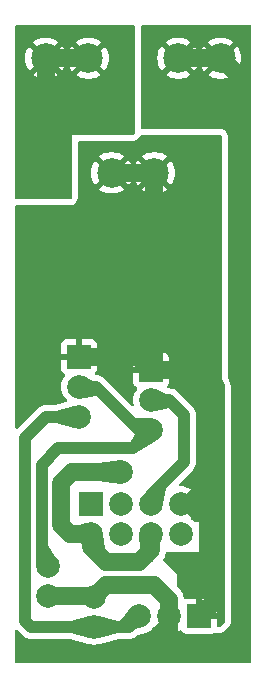
<source format=gbr>
%TF.GenerationSoftware,KiCad,Pcbnew,7.0.10*%
%TF.CreationDate,2024-01-31T14:07:57+01:00*%
%TF.ProjectId,Switch_PCB_ESP01,53776974-6368-45f5-9043-425f45535030,rev?*%
%TF.SameCoordinates,Original*%
%TF.FileFunction,Copper,L1,Top*%
%TF.FilePolarity,Positive*%
%FSLAX46Y46*%
G04 Gerber Fmt 4.6, Leading zero omitted, Abs format (unit mm)*
G04 Created by KiCad (PCBNEW 7.0.10) date 2024-01-31 14:07:57*
%MOMM*%
%LPD*%
G01*
G04 APERTURE LIST*
%TA.AperFunction,ComponentPad*%
%ADD10C,2.500000*%
%TD*%
%TA.AperFunction,ComponentPad*%
%ADD11R,2.000000X2.000000*%
%TD*%
%TA.AperFunction,ComponentPad*%
%ADD12C,2.000000*%
%TD*%
%TA.AperFunction,ViaPad*%
%ADD13C,2.000000*%
%TD*%
%TA.AperFunction,Conductor*%
%ADD14C,1.500000*%
%TD*%
%TA.AperFunction,Conductor*%
%ADD15C,1.000000*%
%TD*%
G04 APERTURE END LIST*
D10*
%TO.P,J3-GND1,1,Pin_1*%
%TO.N,GND*%
X108182000Y-109510000D03*
%TO.P,J3-GND1,2,Pin_2*%
X111782000Y-109510000D03*
%TD*%
%TO.P,J1-3.3V1,1,Pin_1*%
%TO.N,3.3V*%
X102592000Y-99822000D03*
%TO.P,J1-3.3V1,2,Pin_2*%
X106192000Y-99822000D03*
%TD*%
D11*
%TO.P,J4-Servo1,1,Pin_1*%
%TO.N,GND*%
X115570000Y-147066000D03*
D12*
%TO.P,J4-Servo1,2,Pin_2*%
%TO.N,5V*%
X113030000Y-147066000D03*
%TO.P,J4-Servo1,3,Pin_3*%
%TO.N,/ServoControl*%
X110490000Y-147066000D03*
%TD*%
D11*
%TO.P,Q2,1,S*%
%TO.N,GND*%
X105410000Y-125095000D03*
D12*
%TO.P,Q2,2,G*%
%TO.N,/LevelConverter_0*%
X105410000Y-127635000D03*
%TO.P,Q2,3,D*%
%TO.N,/ServoControl*%
X105410000Y-130175000D03*
%TD*%
%TO.P,R2,1*%
%TO.N,5V*%
X106680000Y-145415000D03*
%TO.P,R2,2*%
%TO.N,/ServoControl*%
X106680000Y-147955000D03*
%TD*%
%TO.P,R1,1*%
%TO.N,5V*%
X102743000Y-145377500D03*
%TO.P,R1,2*%
%TO.N,/LevelConverter_0*%
X102743000Y-142837500D03*
%TD*%
D11*
%TO.P,Q1,1,S*%
%TO.N,GND*%
X111506000Y-126238000D03*
D12*
%TO.P,Q1,2,G*%
%TO.N,D4-Servo*%
X111506000Y-128778000D03*
%TO.P,Q1,3,D*%
%TO.N,/LevelConverter_0*%
X111506000Y-131318000D03*
%TD*%
D10*
%TO.P,J2-5V1,1,Pin_1*%
%TO.N,5V*%
X113792000Y-99822000D03*
%TO.P,J2-5V1,2,Pin_2*%
X117392000Y-99822000D03*
%TD*%
D11*
%TO.P,J0-ESP01S1,1,Pin_1*%
%TO.N,unconnected-(J0-ESP01S1-Pin_1-Pad1)*%
X106426000Y-137541000D03*
D12*
%TO.P,J0-ESP01S1,2,Pin_2*%
%TO.N,3.3V*%
X106426000Y-140081000D03*
%TO.P,J0-ESP01S1,3,Pin_3*%
%TO.N,unconnected-(J0-ESP01S1-Pin_3-Pad3)*%
X108966000Y-137541000D03*
%TO.P,J0-ESP01S1,4,Pin_4*%
%TO.N,unconnected-(J0-ESP01S1-Pin_4-Pad4)*%
X108966000Y-140081000D03*
%TO.P,J0-ESP01S1,5,Pin_5*%
%TO.N,D4-Servo*%
X111506000Y-137541000D03*
%TO.P,J0-ESP01S1,6,Pin_6*%
%TO.N,3.3V*%
X111506000Y-140081000D03*
%TO.P,J0-ESP01S1,7,Pin_7*%
%TO.N,GND*%
X114046000Y-137541000D03*
%TO.P,J0-ESP01S1,8,Pin_8*%
%TO.N,unconnected-(J0-ESP01S1-Pin_8-Pad8)*%
X114046000Y-140081000D03*
%TD*%
D13*
%TO.N,3.3V*%
X102616000Y-108966000D03*
X108966000Y-134874000D03*
%TD*%
D14*
%TO.N,GND*%
X111782000Y-109510000D02*
X111782000Y-125962000D01*
X111782000Y-125962000D02*
X111506000Y-126238000D01*
%TO.N,3.3V*%
X102616000Y-108966000D02*
X102616000Y-99846000D01*
X102616000Y-99846000D02*
X102592000Y-99822000D01*
%TO.N,GND*%
X108182000Y-109510000D02*
X111782000Y-109510000D01*
%TO.N,3.3V*%
X102592000Y-99822000D02*
X106192000Y-99822000D01*
%TO.N,5V*%
X117392000Y-99822000D02*
X113792000Y-99822000D01*
X113030000Y-147066000D02*
X113030000Y-148826000D01*
X118999000Y-148082000D02*
X118999000Y-101429000D01*
X113030000Y-148826000D02*
X113683000Y-149479000D01*
X113683000Y-149479000D02*
X117602000Y-149479000D01*
X117602000Y-149479000D02*
X118999000Y-148082000D01*
X118999000Y-101429000D02*
X117392000Y-99822000D01*
%TO.N,GND*%
X115570000Y-147066000D02*
X116713000Y-145923000D01*
X116713000Y-145923000D02*
X116713000Y-138793787D01*
D15*
%TO.N,/ServoControl*%
X106680000Y-147955000D02*
X109601000Y-147955000D01*
X109601000Y-147955000D02*
X110490000Y-147066000D01*
D14*
%TO.N,5V*%
X106680000Y-145415000D02*
X107680000Y-144415000D01*
X107680000Y-144415000D02*
X111793213Y-144415000D01*
X111793213Y-144415000D02*
X113030000Y-145651787D01*
X113030000Y-145651787D02*
X113030000Y-147066000D01*
%TO.N,3.3V*%
X111506000Y-140081000D02*
X111506000Y-141495213D01*
X110507213Y-142494000D02*
X107696000Y-142494000D01*
X111506000Y-141495213D02*
X110507213Y-142494000D01*
X106426000Y-141224000D02*
X106426000Y-140081000D01*
X107696000Y-142494000D02*
X106426000Y-141224000D01*
%TO.N,GND*%
X111506000Y-126238000D02*
X114006000Y-126238000D01*
X111800000Y-125944000D02*
X111506000Y-126238000D01*
X114006000Y-126238000D02*
X116713000Y-128945000D01*
X116713000Y-128945000D02*
X116713000Y-138793787D01*
X110363000Y-125095000D02*
X111506000Y-126238000D01*
X115460213Y-137541000D02*
X114046000Y-137541000D01*
X105410000Y-125095000D02*
X110363000Y-125095000D01*
X116713000Y-138793787D02*
X115460213Y-137541000D01*
D15*
%TO.N,D4-Servo*%
X113031000Y-128778000D02*
X114300000Y-130047000D01*
X114300000Y-133985000D02*
X111506000Y-136779000D01*
X114300000Y-130047000D02*
X114300000Y-133985000D01*
X111506000Y-128778000D02*
X113031000Y-128778000D01*
X111506000Y-136779000D02*
X111506000Y-137541000D01*
%TO.N,/ServoControl*%
X106680000Y-147955000D02*
X101346000Y-147955000D01*
X101346000Y-147955000D02*
X100838000Y-147447000D01*
X102616000Y-130175000D02*
X105410000Y-130175000D01*
X100838000Y-131953000D02*
X102616000Y-130175000D01*
X100838000Y-147447000D02*
X100838000Y-131953000D01*
D14*
%TO.N,3.3V*%
X104775000Y-134874000D02*
X108966000Y-134874000D01*
X102592000Y-108942000D02*
X102616000Y-108966000D01*
X103888000Y-139303000D02*
X104666000Y-140081000D01*
X103888000Y-135761000D02*
X103888000Y-139303000D01*
X104775000Y-134874000D02*
X103888000Y-135761000D01*
X104666000Y-140081000D02*
X106426000Y-140081000D01*
D15*
%TO.N,/LevelConverter_0*%
X103632000Y-132842000D02*
X109982000Y-132842000D01*
X102238000Y-134236000D02*
X103632000Y-132842000D01*
X109982000Y-132842000D02*
X111506000Y-131318000D01*
X105410000Y-127635000D02*
X106807000Y-127635000D01*
X106807000Y-127635000D02*
X110490000Y-131318000D01*
X110490000Y-131318000D02*
X111506000Y-131318000D01*
X102743000Y-142837500D02*
X102238000Y-142332500D01*
X102238000Y-142332500D02*
X102238000Y-134236000D01*
D14*
%TO.N,5V*%
X106642500Y-145377500D02*
X106680000Y-145415000D01*
X102743000Y-145377500D02*
X106642500Y-145377500D01*
%TD*%
%TA.AperFunction,Conductor*%
%TO.N,5V*%
G36*
X119942539Y-97020185D02*
G01*
X119988294Y-97072989D01*
X119999500Y-97124500D01*
X119999500Y-150875500D01*
X119979815Y-150942539D01*
X119927011Y-150988294D01*
X119875500Y-150999500D01*
X100124500Y-150999500D01*
X100057461Y-150979815D01*
X100011706Y-150927011D01*
X100000500Y-150875500D01*
X100000500Y-148335096D01*
X100020185Y-148268057D01*
X100072989Y-148222302D01*
X100142147Y-148212358D01*
X100205703Y-148241383D01*
X100212181Y-148247415D01*
X100593537Y-148628771D01*
X100601709Y-148637787D01*
X100629432Y-148671568D01*
X100782996Y-148797595D01*
X100929776Y-148876050D01*
X100958196Y-148891241D01*
X101148299Y-148948908D01*
X101148298Y-148948908D01*
X101166024Y-148950653D01*
X101346000Y-148968380D01*
X101389486Y-148964097D01*
X101401640Y-148963500D01*
X104578771Y-148963500D01*
X104610207Y-148967550D01*
X106157271Y-149373018D01*
X106157991Y-149373192D01*
X106158228Y-149373269D01*
X106158422Y-149373320D01*
X106158419Y-149373331D01*
X106176350Y-149379170D01*
X106212404Y-149394105D01*
X106425658Y-149445302D01*
X106443289Y-149449535D01*
X106680000Y-149468165D01*
X106916711Y-149449535D01*
X107147594Y-149394105D01*
X107147597Y-149394103D01*
X107147600Y-149394103D01*
X107183399Y-149379274D01*
X107199416Y-149373885D01*
X107202721Y-149373018D01*
X107202728Y-149373018D01*
X108749792Y-148967550D01*
X108781229Y-148963500D01*
X108828331Y-148963500D01*
X108842216Y-148964280D01*
X108842441Y-148964305D01*
X108842450Y-148964306D01*
X108845068Y-148964085D01*
X108846819Y-148963938D01*
X108857230Y-148963500D01*
X109545358Y-148963500D01*
X109557511Y-148964097D01*
X109559634Y-148964306D01*
X109601000Y-148968380D01*
X109798701Y-148948909D01*
X109988804Y-148891241D01*
X110017224Y-148876050D01*
X110164004Y-148797595D01*
X110317568Y-148671568D01*
X110317599Y-148671529D01*
X110317621Y-148671514D01*
X110321877Y-148667259D01*
X110322683Y-148668065D01*
X110375334Y-148632188D01*
X110385555Y-148629362D01*
X110652401Y-148567749D01*
X110670567Y-148564953D01*
X110726711Y-148560535D01*
X110957594Y-148505105D01*
X111001098Y-148487084D01*
X111013031Y-148482995D01*
X111013009Y-148482926D01*
X111015751Y-148482049D01*
X111017276Y-148481563D01*
X111105308Y-148443925D01*
X111106162Y-148443566D01*
X111176963Y-148414240D01*
X111379416Y-148290176D01*
X111559969Y-148135969D01*
X111694721Y-147978195D01*
X111753228Y-147940002D01*
X111801802Y-147935388D01*
X111806565Y-147935881D01*
X112546922Y-147195523D01*
X112570507Y-147275844D01*
X112648239Y-147396798D01*
X112756900Y-147490952D01*
X112887685Y-147550680D01*
X112897464Y-147552086D01*
X112159942Y-148289609D01*
X112206768Y-148326055D01*
X112206770Y-148326056D01*
X112425385Y-148444364D01*
X112425396Y-148444369D01*
X112660506Y-148525083D01*
X112905707Y-148566000D01*
X113154293Y-148566000D01*
X113399493Y-148525083D01*
X113634603Y-148444369D01*
X113634614Y-148444364D01*
X113853228Y-148326057D01*
X113853231Y-148326055D01*
X113930024Y-148266284D01*
X113995017Y-148240641D01*
X114063558Y-148254207D01*
X114113883Y-148302675D01*
X114115020Y-148304712D01*
X114119109Y-148312202D01*
X114129481Y-148326057D01*
X114206739Y-148429261D01*
X114323796Y-148516889D01*
X114438949Y-148559839D01*
X114454597Y-148565676D01*
X114460799Y-148567989D01*
X114488050Y-148570918D01*
X114521345Y-148574499D01*
X114521362Y-148574500D01*
X116618638Y-148574500D01*
X116618654Y-148574499D01*
X116645692Y-148571591D01*
X116679201Y-148567989D01*
X116685403Y-148565676D01*
X116699186Y-148560535D01*
X116816204Y-148516889D01*
X116898580Y-148455222D01*
X116964043Y-148430806D01*
X117007824Y-148435512D01*
X117049326Y-148447699D01*
X117049330Y-148447700D01*
X117194000Y-148468500D01*
X117194003Y-148468500D01*
X117294851Y-148468500D01*
X117301196Y-148468159D01*
X117349745Y-148465557D01*
X117349752Y-148465556D01*
X117349756Y-148465556D01*
X117356749Y-148464803D01*
X117376103Y-148462723D01*
X117376122Y-148462720D01*
X117430356Y-148453932D01*
X117430358Y-148453931D01*
X117430361Y-148453931D01*
X117567303Y-148402854D01*
X117628626Y-148369369D01*
X117745630Y-148281780D01*
X118067280Y-147960130D01*
X118104017Y-147919232D01*
X118120651Y-147898590D01*
X118152797Y-147854011D01*
X118213514Y-147721063D01*
X118233199Y-147654024D01*
X118233200Y-147654020D01*
X118254000Y-147509350D01*
X118254000Y-127560272D01*
X118240263Y-127442293D01*
X118227172Y-127386839D01*
X118186697Y-127275174D01*
X118001591Y-126904962D01*
X117988500Y-126849508D01*
X117988500Y-106423010D01*
X117988500Y-106423000D01*
X117976764Y-106313843D01*
X117965558Y-106262332D01*
X117965453Y-106262017D01*
X117930893Y-106158179D01*
X117930890Y-106158173D01*
X117851871Y-106035218D01*
X117851865Y-106035211D01*
X117806120Y-105982418D01*
X117806117Y-105982415D01*
X117695664Y-105886705D01*
X117695658Y-105886701D01*
X117562716Y-105825987D01*
X117495671Y-105806300D01*
X117447446Y-105799366D01*
X117351000Y-105785500D01*
X110746500Y-105785500D01*
X110679461Y-105765815D01*
X110633706Y-105713011D01*
X110622500Y-105661500D01*
X110622500Y-99822004D01*
X112037093Y-99822004D01*
X112056692Y-100083545D01*
X112056693Y-100083550D01*
X112115058Y-100339270D01*
X112210883Y-100583426D01*
X112210882Y-100583426D01*
X112342027Y-100810573D01*
X112389874Y-100870571D01*
X113308922Y-99951523D01*
X113332507Y-100031844D01*
X113410239Y-100152798D01*
X113518900Y-100246952D01*
X113649685Y-100306680D01*
X113659466Y-100308086D01*
X112742830Y-101224720D01*
X112914546Y-101341793D01*
X112914550Y-101341795D01*
X113150854Y-101455594D01*
X113150858Y-101455595D01*
X113401494Y-101532907D01*
X113401500Y-101532909D01*
X113660848Y-101571999D01*
X113660857Y-101572000D01*
X113923143Y-101572000D01*
X113923151Y-101571999D01*
X114182499Y-101532909D01*
X114182505Y-101532907D01*
X114433143Y-101455595D01*
X114669445Y-101341798D01*
X114669447Y-101341797D01*
X114841168Y-101224720D01*
X113924533Y-100308086D01*
X113934315Y-100306680D01*
X114065100Y-100246952D01*
X114173761Y-100152798D01*
X114251493Y-100031844D01*
X114275076Y-99951523D01*
X115194125Y-100870572D01*
X115241971Y-100810573D01*
X115373116Y-100583426D01*
X115468941Y-100339269D01*
X115471109Y-100329772D01*
X115505216Y-100268793D01*
X115566877Y-100235935D01*
X115636515Y-100241629D01*
X115692019Y-100284068D01*
X115712891Y-100329772D01*
X115715058Y-100339269D01*
X115810883Y-100583426D01*
X115810882Y-100583426D01*
X115942027Y-100810573D01*
X115989874Y-100870571D01*
X116908922Y-99951523D01*
X116932507Y-100031844D01*
X117010239Y-100152798D01*
X117118900Y-100246952D01*
X117249685Y-100306680D01*
X117259466Y-100308086D01*
X116342830Y-101224720D01*
X116514546Y-101341793D01*
X116514550Y-101341795D01*
X116750854Y-101455594D01*
X116750858Y-101455595D01*
X117001494Y-101532907D01*
X117001500Y-101532909D01*
X117260848Y-101571999D01*
X117260857Y-101572000D01*
X117523143Y-101572000D01*
X117523151Y-101571999D01*
X117782499Y-101532909D01*
X117782505Y-101532907D01*
X118033143Y-101455595D01*
X118269445Y-101341798D01*
X118269447Y-101341797D01*
X118441168Y-101224720D01*
X117524533Y-100308086D01*
X117534315Y-100306680D01*
X117665100Y-100246952D01*
X117773761Y-100152798D01*
X117851493Y-100031844D01*
X117875076Y-99951523D01*
X118794125Y-100870572D01*
X118841971Y-100810573D01*
X118973116Y-100583426D01*
X119068941Y-100339270D01*
X119127306Y-100083550D01*
X119127307Y-100083545D01*
X119146907Y-99822004D01*
X119146907Y-99821995D01*
X119127307Y-99560454D01*
X119127306Y-99560449D01*
X119068941Y-99304729D01*
X118973116Y-99060573D01*
X118973117Y-99060573D01*
X118841972Y-98833426D01*
X118794124Y-98773427D01*
X117875076Y-99692475D01*
X117851493Y-99612156D01*
X117773761Y-99491202D01*
X117665100Y-99397048D01*
X117534315Y-99337320D01*
X117524534Y-99335913D01*
X118441168Y-98419278D01*
X118269454Y-98302206D01*
X118269445Y-98302201D01*
X118033142Y-98188404D01*
X118033144Y-98188404D01*
X117782505Y-98111092D01*
X117782499Y-98111090D01*
X117523151Y-98072000D01*
X117260848Y-98072000D01*
X117001500Y-98111090D01*
X117001494Y-98111092D01*
X116750858Y-98188404D01*
X116750854Y-98188405D01*
X116514547Y-98302205D01*
X116514539Y-98302210D01*
X116342830Y-98419277D01*
X117259466Y-99335913D01*
X117249685Y-99337320D01*
X117118900Y-99397048D01*
X117010239Y-99491202D01*
X116932507Y-99612156D01*
X116908923Y-99692475D01*
X115989874Y-98773427D01*
X115942028Y-98833425D01*
X115810883Y-99060573D01*
X115715059Y-99304728D01*
X115712891Y-99314229D01*
X115678782Y-99375207D01*
X115617121Y-99408065D01*
X115547483Y-99402370D01*
X115491980Y-99359930D01*
X115471109Y-99314229D01*
X115468940Y-99304728D01*
X115373116Y-99060573D01*
X115373117Y-99060573D01*
X115241972Y-98833426D01*
X115194124Y-98773427D01*
X114275076Y-99692475D01*
X114251493Y-99612156D01*
X114173761Y-99491202D01*
X114065100Y-99397048D01*
X113934315Y-99337320D01*
X113924534Y-99335913D01*
X114841168Y-98419278D01*
X114669454Y-98302206D01*
X114669445Y-98302201D01*
X114433142Y-98188404D01*
X114433144Y-98188404D01*
X114182505Y-98111092D01*
X114182499Y-98111090D01*
X113923151Y-98072000D01*
X113660848Y-98072000D01*
X113401500Y-98111090D01*
X113401494Y-98111092D01*
X113150858Y-98188404D01*
X113150854Y-98188405D01*
X112914547Y-98302205D01*
X112914539Y-98302210D01*
X112742830Y-98419277D01*
X113659466Y-99335913D01*
X113649685Y-99337320D01*
X113518900Y-99397048D01*
X113410239Y-99491202D01*
X113332507Y-99612156D01*
X113308923Y-99692475D01*
X112389874Y-98773427D01*
X112342028Y-98833425D01*
X112210883Y-99060573D01*
X112115058Y-99304729D01*
X112056693Y-99560449D01*
X112056692Y-99560454D01*
X112037093Y-99821995D01*
X112037093Y-99822004D01*
X110622500Y-99822004D01*
X110622500Y-97124500D01*
X110642185Y-97057461D01*
X110694989Y-97011706D01*
X110746500Y-97000500D01*
X119875500Y-97000500D01*
X119942539Y-97020185D01*
G37*
%TD.AperFunction*%
%TA.AperFunction,Conductor*%
G36*
X113583599Y-145164897D02*
G01*
X113625095Y-145202556D01*
X113633563Y-145214779D01*
X113636895Y-145219531D01*
X113638469Y-145221749D01*
X113641810Y-145226401D01*
X113669702Y-145264791D01*
X113682281Y-145286391D01*
X113701896Y-145329575D01*
X113704386Y-145334976D01*
X113705507Y-145337372D01*
X113707923Y-145342459D01*
X113728521Y-145385232D01*
X113737041Y-145408732D01*
X113748615Y-145454662D01*
X113748632Y-145454729D01*
X113748665Y-145454855D01*
X113750096Y-145460402D01*
X113750766Y-145462941D01*
X113752234Y-145468378D01*
X113766759Y-145521008D01*
X113770553Y-145541087D01*
X113770720Y-145542683D01*
X113770876Y-145543785D01*
X113770852Y-145543946D01*
X113770956Y-145544937D01*
X113770703Y-145544963D01*
X113760779Y-145612921D01*
X113714908Y-145665624D01*
X113647825Y-145685160D01*
X113607836Y-145678441D01*
X113471705Y-145631707D01*
X113414690Y-145591322D01*
X113388559Y-145526522D01*
X113401610Y-145457882D01*
X113404481Y-145454855D01*
X113404465Y-145454847D01*
X113425998Y-145415000D01*
X113426000Y-145415000D01*
X113401764Y-145298411D01*
X113407393Y-145228769D01*
X113449779Y-145173225D01*
X113515467Y-145149414D01*
X113583599Y-145164897D01*
G37*
%TD.AperFunction*%
%TD*%
%TA.AperFunction,Conductor*%
%TO.N,3.3V*%
G36*
X110052039Y-97020185D02*
G01*
X110097794Y-97072989D01*
X110109000Y-97124500D01*
X110109000Y-106175000D01*
X110089315Y-106242039D01*
X110036511Y-106287794D01*
X109985000Y-106299000D01*
X104775000Y-106299000D01*
X104775000Y-111636000D01*
X104755315Y-111703039D01*
X104702511Y-111748794D01*
X104651000Y-111760000D01*
X100124500Y-111760000D01*
X100057461Y-111740315D01*
X100011706Y-111687511D01*
X100000500Y-111636000D01*
X100000500Y-99822004D01*
X100837093Y-99822004D01*
X100856692Y-100083545D01*
X100856693Y-100083550D01*
X100915058Y-100339270D01*
X101010883Y-100583426D01*
X101010882Y-100583426D01*
X101142027Y-100810573D01*
X101189874Y-100870571D01*
X102108922Y-99951523D01*
X102132507Y-100031844D01*
X102210239Y-100152798D01*
X102318900Y-100246952D01*
X102449685Y-100306680D01*
X102459466Y-100308086D01*
X101542830Y-101224720D01*
X101714546Y-101341793D01*
X101714550Y-101341795D01*
X101950854Y-101455594D01*
X101950858Y-101455595D01*
X102201494Y-101532907D01*
X102201500Y-101532909D01*
X102460848Y-101571999D01*
X102460857Y-101572000D01*
X102723143Y-101572000D01*
X102723151Y-101571999D01*
X102982499Y-101532909D01*
X102982505Y-101532907D01*
X103233143Y-101455595D01*
X103469445Y-101341798D01*
X103469447Y-101341797D01*
X103641168Y-101224720D01*
X102724533Y-100308086D01*
X102734315Y-100306680D01*
X102865100Y-100246952D01*
X102973761Y-100152798D01*
X103051493Y-100031844D01*
X103075076Y-99951523D01*
X103994125Y-100870572D01*
X104041971Y-100810573D01*
X104173116Y-100583426D01*
X104268941Y-100339269D01*
X104271109Y-100329772D01*
X104305216Y-100268793D01*
X104366877Y-100235935D01*
X104436515Y-100241629D01*
X104492019Y-100284068D01*
X104512891Y-100329772D01*
X104515058Y-100339269D01*
X104610883Y-100583426D01*
X104610882Y-100583426D01*
X104742027Y-100810573D01*
X104789874Y-100870571D01*
X105708922Y-99951523D01*
X105732507Y-100031844D01*
X105810239Y-100152798D01*
X105918900Y-100246952D01*
X106049685Y-100306680D01*
X106059466Y-100308086D01*
X105142830Y-101224720D01*
X105314546Y-101341793D01*
X105314550Y-101341795D01*
X105550854Y-101455594D01*
X105550858Y-101455595D01*
X105801494Y-101532907D01*
X105801500Y-101532909D01*
X106060848Y-101571999D01*
X106060857Y-101572000D01*
X106323143Y-101572000D01*
X106323151Y-101571999D01*
X106582499Y-101532909D01*
X106582505Y-101532907D01*
X106833143Y-101455595D01*
X107069445Y-101341798D01*
X107069447Y-101341797D01*
X107241168Y-101224720D01*
X106324533Y-100308086D01*
X106334315Y-100306680D01*
X106465100Y-100246952D01*
X106573761Y-100152798D01*
X106651493Y-100031844D01*
X106675076Y-99951523D01*
X107594125Y-100870572D01*
X107641971Y-100810573D01*
X107773116Y-100583426D01*
X107868941Y-100339270D01*
X107927306Y-100083550D01*
X107927307Y-100083545D01*
X107946907Y-99822004D01*
X107946907Y-99821995D01*
X107927307Y-99560454D01*
X107927306Y-99560449D01*
X107868941Y-99304729D01*
X107773116Y-99060573D01*
X107773117Y-99060573D01*
X107641972Y-98833426D01*
X107594124Y-98773427D01*
X106675076Y-99692475D01*
X106651493Y-99612156D01*
X106573761Y-99491202D01*
X106465100Y-99397048D01*
X106334315Y-99337320D01*
X106324534Y-99335913D01*
X107241168Y-98419278D01*
X107069454Y-98302206D01*
X107069445Y-98302201D01*
X106833142Y-98188404D01*
X106833144Y-98188404D01*
X106582505Y-98111092D01*
X106582499Y-98111090D01*
X106323151Y-98072000D01*
X106060848Y-98072000D01*
X105801500Y-98111090D01*
X105801494Y-98111092D01*
X105550858Y-98188404D01*
X105550854Y-98188405D01*
X105314547Y-98302205D01*
X105314539Y-98302210D01*
X105142830Y-98419277D01*
X106059466Y-99335913D01*
X106049685Y-99337320D01*
X105918900Y-99397048D01*
X105810239Y-99491202D01*
X105732507Y-99612156D01*
X105708923Y-99692475D01*
X104789874Y-98773427D01*
X104742028Y-98833425D01*
X104610883Y-99060573D01*
X104515059Y-99304728D01*
X104512891Y-99314229D01*
X104478782Y-99375207D01*
X104417121Y-99408065D01*
X104347483Y-99402370D01*
X104291980Y-99359930D01*
X104271109Y-99314229D01*
X104268940Y-99304728D01*
X104173116Y-99060573D01*
X104173117Y-99060573D01*
X104041972Y-98833426D01*
X103994124Y-98773427D01*
X103075076Y-99692475D01*
X103051493Y-99612156D01*
X102973761Y-99491202D01*
X102865100Y-99397048D01*
X102734315Y-99337320D01*
X102724534Y-99335913D01*
X103641168Y-98419278D01*
X103469454Y-98302206D01*
X103469445Y-98302201D01*
X103233142Y-98188404D01*
X103233144Y-98188404D01*
X102982505Y-98111092D01*
X102982499Y-98111090D01*
X102723151Y-98072000D01*
X102460848Y-98072000D01*
X102201500Y-98111090D01*
X102201494Y-98111092D01*
X101950858Y-98188404D01*
X101950854Y-98188405D01*
X101714547Y-98302205D01*
X101714539Y-98302210D01*
X101542830Y-98419277D01*
X102459466Y-99335913D01*
X102449685Y-99337320D01*
X102318900Y-99397048D01*
X102210239Y-99491202D01*
X102132507Y-99612156D01*
X102108923Y-99692475D01*
X101189874Y-98773427D01*
X101142028Y-98833425D01*
X101010883Y-99060573D01*
X100915058Y-99304729D01*
X100856693Y-99560449D01*
X100856692Y-99560454D01*
X100837093Y-99821995D01*
X100837093Y-99822004D01*
X100000500Y-99822004D01*
X100000500Y-97124500D01*
X100020185Y-97057461D01*
X100072989Y-97011706D01*
X100124500Y-97000500D01*
X109985000Y-97000500D01*
X110052039Y-97020185D01*
G37*
%TD.AperFunction*%
%TD*%
%TA.AperFunction,Conductor*%
%TO.N,GND*%
G36*
X117418039Y-106318685D02*
G01*
X117463794Y-106371489D01*
X117475000Y-106423000D01*
X117475000Y-127000000D01*
X117727409Y-127504818D01*
X117740500Y-127560272D01*
X117740500Y-147509350D01*
X117720815Y-147576389D01*
X117704181Y-147597031D01*
X117382531Y-147918681D01*
X117321208Y-147952166D01*
X117294850Y-147955000D01*
X117194000Y-147955000D01*
X117126961Y-147935315D01*
X117081206Y-147882511D01*
X117070000Y-147831000D01*
X117070000Y-147316000D01*
X116003686Y-147316000D01*
X116029493Y-147275844D01*
X116070000Y-147137889D01*
X116070000Y-146994111D01*
X116029493Y-146856156D01*
X116003686Y-146816000D01*
X117070000Y-146816000D01*
X117070000Y-146018172D01*
X117069999Y-146018155D01*
X117063598Y-145958627D01*
X117063596Y-145958620D01*
X117013354Y-145823913D01*
X117013350Y-145823906D01*
X116927190Y-145708812D01*
X116927187Y-145708809D01*
X116812093Y-145622649D01*
X116812086Y-145622645D01*
X116677379Y-145572403D01*
X116677372Y-145572401D01*
X116617844Y-145566000D01*
X115820000Y-145566000D01*
X115820000Y-146630498D01*
X115712315Y-146581320D01*
X115605763Y-146566000D01*
X115534237Y-146566000D01*
X115427685Y-146581320D01*
X115320000Y-146630498D01*
X115320000Y-145566000D01*
X114522155Y-145566000D01*
X114462627Y-145572401D01*
X114462614Y-145572404D01*
X114446195Y-145578528D01*
X114376503Y-145583510D01*
X114315181Y-145550023D01*
X114281699Y-145488698D01*
X114279147Y-145470683D01*
X114278031Y-145454124D01*
X114278030Y-145454118D01*
X114276941Y-145449796D01*
X114273681Y-145430606D01*
X114273282Y-145426170D01*
X114273280Y-145426163D01*
X114247265Y-145331901D01*
X114246568Y-145329260D01*
X114222678Y-145234448D01*
X114222677Y-145234446D01*
X114220835Y-145230390D01*
X114214197Y-145212081D01*
X114213013Y-145207792D01*
X114170597Y-145119714D01*
X114169440Y-145117242D01*
X114128994Y-145028197D01*
X114126452Y-145024528D01*
X114116658Y-145007709D01*
X114114726Y-145003696D01*
X114114725Y-145003695D01*
X114114725Y-145003694D01*
X114057238Y-144924571D01*
X114055664Y-144922353D01*
X113999986Y-144841985D01*
X113996832Y-144838831D01*
X113984197Y-144824038D01*
X113981572Y-144820426D01*
X113981573Y-144820426D01*
X113981571Y-144820424D01*
X113910864Y-144752821D01*
X113908920Y-144750919D01*
X113701319Y-144543318D01*
X113667834Y-144481995D01*
X113665000Y-144455637D01*
X113665000Y-143510000D01*
X112545975Y-142390975D01*
X112512490Y-142329652D01*
X112517474Y-142259960D01*
X112527209Y-142239693D01*
X112528259Y-142237935D01*
X112528263Y-142237931D01*
X112530554Y-142234095D01*
X112541817Y-142218225D01*
X112544671Y-142214807D01*
X112592952Y-142129716D01*
X112594268Y-142127456D01*
X112644453Y-142043463D01*
X112646021Y-142039284D01*
X112654264Y-142021663D01*
X112656468Y-142017780D01*
X112688774Y-141925452D01*
X112689664Y-141922995D01*
X112724051Y-141831374D01*
X112724848Y-141826978D01*
X112729815Y-141808165D01*
X112731287Y-141803959D01*
X112738877Y-141756037D01*
X112746232Y-141709602D01*
X112776161Y-141646467D01*
X112835473Y-141609536D01*
X112868705Y-141605000D01*
X115570000Y-141605000D01*
X115570000Y-139065000D01*
X115219227Y-139065000D01*
X115152188Y-139045315D01*
X115124939Y-139021533D01*
X115115969Y-139011031D01*
X114958658Y-138876674D01*
X114920466Y-138818169D01*
X114915429Y-138774701D01*
X114916055Y-138764608D01*
X114336319Y-138184872D01*
X114302834Y-138123549D01*
X114300000Y-138097191D01*
X114300000Y-137852686D01*
X114373641Y-137779045D01*
X114431165Y-137666148D01*
X114438712Y-137618493D01*
X114441647Y-137618072D01*
X114505203Y-137647097D01*
X114511681Y-137653129D01*
X115269434Y-138410882D01*
X115369731Y-138257369D01*
X115469587Y-138029717D01*
X115530612Y-137788738D01*
X115530614Y-137788729D01*
X115551141Y-137541005D01*
X115551141Y-137540994D01*
X115530614Y-137293270D01*
X115530612Y-137293261D01*
X115469587Y-137052282D01*
X115369731Y-136824630D01*
X115269434Y-136671116D01*
X114511681Y-137428871D01*
X114450358Y-137462356D01*
X114438394Y-137461500D01*
X114431165Y-137415852D01*
X114373641Y-137302955D01*
X114300000Y-137229314D01*
X114300000Y-137160000D01*
X114274404Y-137134404D01*
X114240919Y-137073081D01*
X114245903Y-137003389D01*
X114274404Y-136959042D01*
X114916057Y-136317389D01*
X114869229Y-136280943D01*
X114650614Y-136162635D01*
X114650603Y-136162630D01*
X114415493Y-136081916D01*
X114170293Y-136041000D01*
X113969594Y-136041000D01*
X113902555Y-136021315D01*
X113856800Y-135968511D01*
X113846856Y-135899353D01*
X113875881Y-135835797D01*
X113881899Y-135829333D01*
X114973780Y-134737452D01*
X114982776Y-134729299D01*
X115016568Y-134701568D01*
X115142595Y-134548004D01*
X115236241Y-134372804D01*
X115253734Y-134315136D01*
X115293909Y-134182700D01*
X115313380Y-133985000D01*
X115309097Y-133941510D01*
X115308500Y-133929357D01*
X115308500Y-130102641D01*
X115309097Y-130090487D01*
X115311574Y-130065336D01*
X115313380Y-130047000D01*
X115293909Y-129849299D01*
X115236241Y-129659196D01*
X115211012Y-129611996D01*
X115142595Y-129483996D01*
X115016568Y-129330432D01*
X114982784Y-129302706D01*
X114973768Y-129294534D01*
X113783464Y-128104230D01*
X113775291Y-128095213D01*
X113771866Y-128091040D01*
X113767354Y-128085542D01*
X113747567Y-128061430D01*
X113594005Y-127935405D01*
X113593998Y-127935401D01*
X113418807Y-127841760D01*
X113388942Y-127832700D01*
X113388942Y-127832699D01*
X113228703Y-127784091D01*
X113096900Y-127771110D01*
X113031000Y-127764620D01*
X113030999Y-127764620D01*
X113030997Y-127764620D01*
X112992975Y-127768364D01*
X112924330Y-127755344D01*
X112873620Y-127707278D01*
X112856948Y-127639427D01*
X112879605Y-127573332D01*
X112881558Y-127570649D01*
X112949352Y-127480089D01*
X112949354Y-127480086D01*
X112999596Y-127345379D01*
X112999598Y-127345372D01*
X113005999Y-127285844D01*
X113006000Y-127285827D01*
X113006000Y-126488000D01*
X111821686Y-126488000D01*
X111833641Y-126476045D01*
X111891165Y-126363148D01*
X111910986Y-126238000D01*
X111891165Y-126112852D01*
X111833641Y-125999955D01*
X111821686Y-125988000D01*
X113006000Y-125988000D01*
X113006000Y-125190172D01*
X113005999Y-125190155D01*
X112999598Y-125130627D01*
X112999596Y-125130620D01*
X112949354Y-124995913D01*
X112949350Y-124995906D01*
X112863190Y-124880812D01*
X112863187Y-124880809D01*
X112748093Y-124794649D01*
X112748086Y-124794645D01*
X112613379Y-124744403D01*
X112613372Y-124744401D01*
X112553844Y-124738000D01*
X111756000Y-124738000D01*
X111756000Y-125922314D01*
X111744045Y-125910359D01*
X111631148Y-125852835D01*
X111537481Y-125838000D01*
X111474519Y-125838000D01*
X111380852Y-125852835D01*
X111267955Y-125910359D01*
X111256000Y-125922314D01*
X111256000Y-124738000D01*
X110458155Y-124738000D01*
X110398627Y-124744401D01*
X110398620Y-124744403D01*
X110263913Y-124794645D01*
X110263906Y-124794649D01*
X110148812Y-124880809D01*
X110148809Y-124880812D01*
X110062649Y-124995906D01*
X110062645Y-124995913D01*
X110012403Y-125130620D01*
X110012401Y-125130627D01*
X110006000Y-125190155D01*
X110006000Y-125988000D01*
X111190314Y-125988000D01*
X111178359Y-125999955D01*
X111120835Y-126112852D01*
X111101014Y-126238000D01*
X111120835Y-126363148D01*
X111178359Y-126476045D01*
X111190314Y-126488000D01*
X110006000Y-126488000D01*
X110006000Y-127285844D01*
X110012401Y-127345372D01*
X110012403Y-127345379D01*
X110062645Y-127480086D01*
X110062649Y-127480093D01*
X110148809Y-127595187D01*
X110148812Y-127595190D01*
X110271011Y-127686669D01*
X110270022Y-127687989D01*
X110312160Y-127730125D01*
X110327014Y-127798397D01*
X110302599Y-127863863D01*
X110297623Y-127870083D01*
X110281829Y-127888576D01*
X110281821Y-127888586D01*
X110157759Y-128091037D01*
X110157757Y-128091040D01*
X110066895Y-128310402D01*
X110066895Y-128310404D01*
X110011465Y-128541285D01*
X109998424Y-128706987D01*
X109992835Y-128778000D01*
X110011465Y-129014711D01*
X110011466Y-129014715D01*
X110034728Y-129111612D01*
X110031237Y-129181394D01*
X109990573Y-129238211D01*
X109925646Y-129264024D01*
X109857071Y-129250638D01*
X109826473Y-129228239D01*
X107949676Y-127351442D01*
X107944507Y-127345949D01*
X107939103Y-127339844D01*
X107939101Y-127339842D01*
X107939099Y-127339840D01*
X107934636Y-127335698D01*
X107934650Y-127335682D01*
X107928877Y-127330643D01*
X107559464Y-126961230D01*
X107551291Y-126952213D01*
X107547866Y-126948040D01*
X107543354Y-126942542D01*
X107523567Y-126918430D01*
X107370005Y-126792405D01*
X107369998Y-126792401D01*
X107194805Y-126698759D01*
X107004702Y-126641091D01*
X106870772Y-126627900D01*
X106805985Y-126601739D01*
X106765626Y-126544705D01*
X106762509Y-126474904D01*
X106783660Y-126430185D01*
X106853352Y-126337089D01*
X106853354Y-126337086D01*
X106903596Y-126202379D01*
X106903598Y-126202372D01*
X106909999Y-126142844D01*
X106910000Y-126142827D01*
X106910000Y-125345000D01*
X105725686Y-125345000D01*
X105737641Y-125333045D01*
X105795165Y-125220148D01*
X105814986Y-125095000D01*
X105795165Y-124969852D01*
X105737641Y-124856955D01*
X105725686Y-124845000D01*
X106910000Y-124845000D01*
X106910000Y-124047172D01*
X106909999Y-124047155D01*
X106903598Y-123987627D01*
X106903596Y-123987620D01*
X106853354Y-123852913D01*
X106853350Y-123852906D01*
X106767190Y-123737812D01*
X106767187Y-123737809D01*
X106652093Y-123651649D01*
X106652086Y-123651645D01*
X106517379Y-123601403D01*
X106517372Y-123601401D01*
X106457844Y-123595000D01*
X105660000Y-123595000D01*
X105660000Y-124779314D01*
X105648045Y-124767359D01*
X105535148Y-124709835D01*
X105441481Y-124695000D01*
X105378519Y-124695000D01*
X105284852Y-124709835D01*
X105171955Y-124767359D01*
X105160000Y-124779314D01*
X105160000Y-123595000D01*
X104362155Y-123595000D01*
X104302627Y-123601401D01*
X104302620Y-123601403D01*
X104167913Y-123651645D01*
X104167906Y-123651649D01*
X104052812Y-123737809D01*
X104052809Y-123737812D01*
X103966649Y-123852906D01*
X103966645Y-123852913D01*
X103916403Y-123987620D01*
X103916401Y-123987627D01*
X103910000Y-124047155D01*
X103910000Y-124845000D01*
X105094314Y-124845000D01*
X105082359Y-124856955D01*
X105024835Y-124969852D01*
X105005014Y-125095000D01*
X105024835Y-125220148D01*
X105082359Y-125333045D01*
X105094314Y-125345000D01*
X103910000Y-125345000D01*
X103910000Y-126142844D01*
X103916401Y-126202372D01*
X103916403Y-126202379D01*
X103966645Y-126337086D01*
X103966649Y-126337093D01*
X104052809Y-126452187D01*
X104052812Y-126452190D01*
X104175011Y-126543669D01*
X104174022Y-126544989D01*
X104216160Y-126587125D01*
X104231014Y-126655397D01*
X104206599Y-126720863D01*
X104201623Y-126727083D01*
X104185829Y-126745576D01*
X104185821Y-126745586D01*
X104061759Y-126948037D01*
X104061757Y-126948040D01*
X103970895Y-127167402D01*
X103970895Y-127167404D01*
X103915465Y-127398285D01*
X103896835Y-127635000D01*
X103915465Y-127871714D01*
X103970895Y-128102595D01*
X103970895Y-128102597D01*
X104061757Y-128321959D01*
X104061759Y-128321962D01*
X104185820Y-128524410D01*
X104185821Y-128524413D01*
X104340034Y-128704972D01*
X104342049Y-128706987D01*
X104342570Y-128707941D01*
X104343195Y-128708673D01*
X104343041Y-128708804D01*
X104375534Y-128768310D01*
X104370550Y-128838002D01*
X104328678Y-128893935D01*
X104285805Y-128914617D01*
X103340205Y-129162449D01*
X103308768Y-129166500D01*
X102671642Y-129166500D01*
X102659489Y-129165903D01*
X102616000Y-129161620D01*
X102418297Y-129181091D01*
X102285864Y-129221265D01*
X102241716Y-129234657D01*
X102228192Y-129238760D01*
X102053001Y-129332401D01*
X102052994Y-129332405D01*
X101899431Y-129458432D01*
X101871706Y-129492215D01*
X101863535Y-129501229D01*
X100212181Y-131152584D01*
X100150858Y-131186069D01*
X100081166Y-131181085D01*
X100025233Y-131139213D01*
X100000816Y-131073749D01*
X100000500Y-131064903D01*
X100000500Y-112397500D01*
X100020185Y-112330461D01*
X100072989Y-112284706D01*
X100124500Y-112273500D01*
X104650990Y-112273500D01*
X104651000Y-112273500D01*
X104760157Y-112261764D01*
X104811668Y-112250558D01*
X104846440Y-112238984D01*
X104915820Y-112215893D01*
X104915824Y-112215890D01*
X104915827Y-112215890D01*
X105038782Y-112136871D01*
X105091586Y-112091116D01*
X105187297Y-111980661D01*
X105248014Y-111847713D01*
X105267699Y-111780674D01*
X105267700Y-111780670D01*
X105288500Y-111636000D01*
X105288500Y-109510004D01*
X106427093Y-109510004D01*
X106446692Y-109771545D01*
X106446693Y-109771550D01*
X106505058Y-110027270D01*
X106600883Y-110271426D01*
X106600882Y-110271426D01*
X106732027Y-110498573D01*
X106779874Y-110558571D01*
X107698922Y-109639523D01*
X107722507Y-109719844D01*
X107800239Y-109840798D01*
X107908900Y-109934952D01*
X108039685Y-109994680D01*
X108049466Y-109996086D01*
X107132830Y-110912720D01*
X107304546Y-111029793D01*
X107304550Y-111029795D01*
X107540854Y-111143594D01*
X107540858Y-111143595D01*
X107791494Y-111220907D01*
X107791500Y-111220909D01*
X108050848Y-111259999D01*
X108050857Y-111260000D01*
X108313143Y-111260000D01*
X108313151Y-111259999D01*
X108572499Y-111220909D01*
X108572505Y-111220907D01*
X108823143Y-111143595D01*
X109059445Y-111029798D01*
X109059447Y-111029797D01*
X109231168Y-110912720D01*
X108314533Y-109996086D01*
X108324315Y-109994680D01*
X108455100Y-109934952D01*
X108563761Y-109840798D01*
X108641493Y-109719844D01*
X108665076Y-109639523D01*
X109584125Y-110558572D01*
X109631971Y-110498573D01*
X109763116Y-110271426D01*
X109858941Y-110027269D01*
X109861109Y-110017772D01*
X109895216Y-109956793D01*
X109956877Y-109923935D01*
X110026515Y-109929629D01*
X110082019Y-109972068D01*
X110102891Y-110017772D01*
X110105058Y-110027269D01*
X110200883Y-110271426D01*
X110200882Y-110271426D01*
X110332027Y-110498573D01*
X110379874Y-110558571D01*
X111298922Y-109639523D01*
X111322507Y-109719844D01*
X111400239Y-109840798D01*
X111508900Y-109934952D01*
X111639685Y-109994680D01*
X111649466Y-109996086D01*
X110732830Y-110912720D01*
X110904546Y-111029793D01*
X110904550Y-111029795D01*
X111140854Y-111143594D01*
X111140858Y-111143595D01*
X111391494Y-111220907D01*
X111391500Y-111220909D01*
X111650848Y-111259999D01*
X111650857Y-111260000D01*
X111913143Y-111260000D01*
X111913151Y-111259999D01*
X112172499Y-111220909D01*
X112172505Y-111220907D01*
X112423143Y-111143595D01*
X112659445Y-111029798D01*
X112659447Y-111029797D01*
X112831168Y-110912720D01*
X111914533Y-109996086D01*
X111924315Y-109994680D01*
X112055100Y-109934952D01*
X112163761Y-109840798D01*
X112241493Y-109719844D01*
X112265076Y-109639523D01*
X113184125Y-110558572D01*
X113231971Y-110498573D01*
X113363116Y-110271426D01*
X113458941Y-110027270D01*
X113517306Y-109771550D01*
X113517307Y-109771545D01*
X113536907Y-109510004D01*
X113536907Y-109509995D01*
X113517307Y-109248454D01*
X113517306Y-109248449D01*
X113458941Y-108992729D01*
X113363116Y-108748573D01*
X113363117Y-108748573D01*
X113231972Y-108521426D01*
X113184124Y-108461427D01*
X112265076Y-109380475D01*
X112241493Y-109300156D01*
X112163761Y-109179202D01*
X112055100Y-109085048D01*
X111924315Y-109025320D01*
X111914534Y-109023913D01*
X112831168Y-108107278D01*
X112659454Y-107990206D01*
X112659445Y-107990201D01*
X112423142Y-107876404D01*
X112423144Y-107876404D01*
X112172505Y-107799092D01*
X112172499Y-107799090D01*
X111913151Y-107760000D01*
X111650848Y-107760000D01*
X111391500Y-107799090D01*
X111391494Y-107799092D01*
X111140858Y-107876404D01*
X111140854Y-107876405D01*
X110904547Y-107990205D01*
X110904539Y-107990210D01*
X110732830Y-108107277D01*
X111649466Y-109023913D01*
X111639685Y-109025320D01*
X111508900Y-109085048D01*
X111400239Y-109179202D01*
X111322507Y-109300156D01*
X111298923Y-109380475D01*
X110379875Y-108461427D01*
X110379874Y-108461427D01*
X110332028Y-108521425D01*
X110200883Y-108748573D01*
X110105059Y-108992728D01*
X110102891Y-109002229D01*
X110068782Y-109063207D01*
X110007121Y-109096065D01*
X109937483Y-109090370D01*
X109881980Y-109047930D01*
X109861109Y-109002229D01*
X109858940Y-108992728D01*
X109763116Y-108748573D01*
X109763117Y-108748573D01*
X109631972Y-108521426D01*
X109584124Y-108461427D01*
X108665076Y-109380475D01*
X108641493Y-109300156D01*
X108563761Y-109179202D01*
X108455100Y-109085048D01*
X108324315Y-109025320D01*
X108314534Y-109023913D01*
X109231168Y-108107278D01*
X109059454Y-107990206D01*
X109059445Y-107990201D01*
X108823142Y-107876404D01*
X108823144Y-107876404D01*
X108572505Y-107799092D01*
X108572499Y-107799090D01*
X108313151Y-107760000D01*
X108050848Y-107760000D01*
X107791500Y-107799090D01*
X107791494Y-107799092D01*
X107540858Y-107876404D01*
X107540854Y-107876405D01*
X107304547Y-107990205D01*
X107304539Y-107990210D01*
X107132830Y-108107277D01*
X108049466Y-109023913D01*
X108039685Y-109025320D01*
X107908900Y-109085048D01*
X107800239Y-109179202D01*
X107722507Y-109300156D01*
X107698923Y-109380475D01*
X106779874Y-108461427D01*
X106732028Y-108521425D01*
X106600883Y-108748573D01*
X106505058Y-108992729D01*
X106446693Y-109248449D01*
X106446692Y-109248454D01*
X106427093Y-109509995D01*
X106427093Y-109510004D01*
X105288500Y-109510004D01*
X105288500Y-106936500D01*
X105308185Y-106869461D01*
X105360989Y-106823706D01*
X105412500Y-106812500D01*
X109984990Y-106812500D01*
X109985000Y-106812500D01*
X110094157Y-106800764D01*
X110145668Y-106789558D01*
X110180440Y-106777984D01*
X110249820Y-106754893D01*
X110249824Y-106754890D01*
X110249827Y-106754890D01*
X110372782Y-106675871D01*
X110425586Y-106630116D01*
X110521297Y-106519661D01*
X110582014Y-106386713D01*
X110582014Y-106386711D01*
X110582017Y-106386706D01*
X110583560Y-106382569D01*
X110584841Y-106383046D01*
X110619393Y-106329285D01*
X110682950Y-106300262D01*
X110700594Y-106299000D01*
X117351000Y-106299000D01*
X117418039Y-106318685D01*
G37*
%TD.AperFunction*%
%TD*%
%TA.AperFunction,Conductor*%
%TO.N,/ServoControl*%
G36*
X108671267Y-147452711D02*
G01*
X108678400Y-147458123D01*
X108680000Y-147464028D01*
X108680000Y-148445971D01*
X108676573Y-148454244D01*
X108671266Y-148457289D01*
X107072543Y-148876295D01*
X107063672Y-148875077D01*
X107058773Y-148869465D01*
X106680862Y-147959485D01*
X106680854Y-147950535D01*
X107058773Y-147040533D01*
X107065110Y-147034208D01*
X107072542Y-147033704D01*
X108671267Y-147452711D01*
G37*
%TD.AperFunction*%
%TD*%
%TA.AperFunction,Conductor*%
%TO.N,/ServoControl*%
G36*
X109791174Y-146367220D02*
G01*
X109791897Y-146367884D01*
X110489345Y-147064347D01*
X110491892Y-147068159D01*
X110867411Y-147977119D01*
X110867402Y-147986073D01*
X110861064Y-147992400D01*
X110859229Y-147992986D01*
X108872567Y-148451690D01*
X108863735Y-148450212D01*
X108858535Y-148442922D01*
X108858235Y-148440290D01*
X108858235Y-147459275D01*
X108860991Y-147451732D01*
X109774689Y-146368617D01*
X109782641Y-146364505D01*
X109791174Y-146367220D01*
G37*
%TD.AperFunction*%
%TD*%
%TA.AperFunction,Conductor*%
%TO.N,3.3V*%
G36*
X111508863Y-140081188D02*
G01*
X112419134Y-140459220D01*
X112425461Y-140465558D01*
X112425477Y-140474452D01*
X111628774Y-142423466D01*
X111622472Y-142429827D01*
X111613517Y-142429869D01*
X111609671Y-142427312D01*
X110564677Y-141382318D01*
X110561261Y-141374544D01*
X110506520Y-140093188D01*
X110509590Y-140084779D01*
X110517710Y-140081002D01*
X110518183Y-140080991D01*
X111504374Y-140080294D01*
X111508863Y-140081188D01*
G37*
%TD.AperFunction*%
%TD*%
%TA.AperFunction,Conductor*%
%TO.N,3.3V*%
G36*
X107415544Y-140080992D02*
G01*
X107423814Y-140084425D01*
X107427162Y-140091391D01*
X107561694Y-141294065D01*
X107559209Y-141302668D01*
X107558340Y-141303639D01*
X106512883Y-142349096D01*
X106504610Y-142352523D01*
X106496337Y-142349096D01*
X106494261Y-142346281D01*
X105508096Y-140475024D01*
X105507272Y-140466108D01*
X105512993Y-140459219D01*
X105513952Y-140458769D01*
X106423137Y-140081188D01*
X106427624Y-140080294D01*
X107415544Y-140080992D01*
G37*
%TD.AperFunction*%
%TD*%
%TA.AperFunction,Conductor*%
%TO.N,D4-Servo*%
G36*
X112066339Y-135528103D02*
G01*
X112066517Y-135528278D01*
X112760759Y-136222520D01*
X112764186Y-136230793D01*
X112763965Y-136233057D01*
X112507859Y-137531570D01*
X112502896Y-137539024D01*
X112496388Y-137541006D01*
X111510150Y-137541703D01*
X111501875Y-137538282D01*
X111501861Y-137538268D01*
X111406891Y-137443108D01*
X110806974Y-136841990D01*
X110803556Y-136833715D01*
X110806807Y-136825633D01*
X112049798Y-135528454D01*
X112057994Y-135524854D01*
X112066339Y-135528103D01*
G37*
%TD.AperFunction*%
%TD*%
%TA.AperFunction,Conductor*%
%TO.N,D4-Servo*%
G36*
X111899182Y-127859342D02*
G01*
X111899861Y-127859650D01*
X113705815Y-128753093D01*
X113711710Y-128759832D01*
X113711113Y-128768767D01*
X113708899Y-128771852D01*
X113015791Y-129464960D01*
X113009906Y-129468141D01*
X111898168Y-129699902D01*
X111889369Y-129698235D01*
X111884972Y-129692930D01*
X111507152Y-128781777D01*
X111507149Y-128772823D01*
X111883890Y-127865659D01*
X111890228Y-127859333D01*
X111899182Y-127859342D01*
G37*
%TD.AperFunction*%
%TD*%
%TA.AperFunction,Conductor*%
%TO.N,/ServoControl*%
G36*
X106296327Y-147034922D02*
G01*
X106301227Y-147040535D01*
X106679136Y-147950513D01*
X106679145Y-147959467D01*
X106679136Y-147959487D01*
X106301227Y-148869464D01*
X106294889Y-148875791D01*
X106287456Y-148876295D01*
X104688734Y-148457289D01*
X104681600Y-148451876D01*
X104680000Y-148445971D01*
X104680000Y-147464028D01*
X104683427Y-147455755D01*
X104688731Y-147452711D01*
X106287457Y-147033704D01*
X106296327Y-147034922D01*
G37*
%TD.AperFunction*%
%TD*%
%TA.AperFunction,Conductor*%
%TO.N,/ServoControl*%
G36*
X105026327Y-129254922D02*
G01*
X105031227Y-129260535D01*
X105409136Y-130170513D01*
X105409145Y-130179467D01*
X105409136Y-130179487D01*
X105031227Y-131089464D01*
X105024889Y-131095791D01*
X105017456Y-131096295D01*
X103418734Y-130677289D01*
X103411600Y-130671876D01*
X103410000Y-130665971D01*
X103410000Y-129684028D01*
X103413427Y-129675755D01*
X103418731Y-129672711D01*
X105017457Y-129253704D01*
X105026327Y-129254922D01*
G37*
%TD.AperFunction*%
%TD*%
%TA.AperFunction,Conductor*%
%TO.N,3.3V*%
G36*
X108961496Y-133878017D02*
G01*
X108965923Y-133885801D01*
X108966013Y-133887240D01*
X108967000Y-134874000D01*
X108967000Y-134874024D01*
X108966013Y-135860759D01*
X108962578Y-135869028D01*
X108954301Y-135872447D01*
X108952862Y-135872357D01*
X106976249Y-135625281D01*
X106968465Y-135620854D01*
X106966000Y-135613671D01*
X106966000Y-134134328D01*
X106969427Y-134126055D01*
X106976246Y-134122719D01*
X108952862Y-133875642D01*
X108961496Y-133878017D01*
G37*
%TD.AperFunction*%
%TD*%
%TA.AperFunction,Conductor*%
%TO.N,3.3V*%
G36*
X106042563Y-139160794D02*
G01*
X106047070Y-139166171D01*
X106424847Y-140077222D01*
X106424850Y-140086177D01*
X106424844Y-140086191D01*
X106047260Y-140995384D01*
X106040922Y-141001711D01*
X106033393Y-141002189D01*
X103985456Y-140446908D01*
X103978368Y-140441436D01*
X103977226Y-140432554D01*
X103980243Y-140427345D01*
X105024208Y-139383380D01*
X105029960Y-139380230D01*
X106033746Y-139159227D01*
X106042563Y-139160794D01*
G37*
%TD.AperFunction*%
%TD*%
%TA.AperFunction,Conductor*%
%TO.N,/LevelConverter_0*%
G36*
X110591540Y-130939208D02*
G01*
X111502215Y-131315437D01*
X111508553Y-131321764D01*
X111508562Y-131321784D01*
X111884790Y-132232458D01*
X111884781Y-132241412D01*
X111879881Y-132247025D01*
X110453134Y-133081210D01*
X110444263Y-133082428D01*
X110438956Y-133079383D01*
X109744616Y-132385043D01*
X109741189Y-132376770D01*
X109742787Y-132370869D01*
X110576974Y-130944117D01*
X110584108Y-130938705D01*
X110591540Y-130939208D01*
G37*
%TD.AperFunction*%
%TD*%
%TA.AperFunction,Conductor*%
%TO.N,/LevelConverter_0*%
G36*
X105802947Y-126716908D02*
G01*
X105804135Y-126717481D01*
X107573378Y-127700298D01*
X107578946Y-127707311D01*
X107577924Y-127716208D01*
X107575969Y-127718799D01*
X106882557Y-128412211D01*
X106876016Y-128415509D01*
X105423422Y-128632990D01*
X105414733Y-128630826D01*
X105410119Y-128623151D01*
X105409990Y-128621427D01*
X105409294Y-127636624D01*
X105410188Y-127632137D01*
X105787655Y-126723225D01*
X105793993Y-126716899D01*
X105802947Y-126716908D01*
G37*
%TD.AperFunction*%
%TD*%
%TA.AperFunction,Conductor*%
%TO.N,/LevelConverter_0*%
G36*
X110152852Y-130268838D02*
G01*
X111494733Y-130317590D01*
X111502875Y-130321315D01*
X111506007Y-130329274D01*
X111506703Y-131313849D01*
X111503282Y-131322124D01*
X111503268Y-131322138D01*
X110806172Y-132017841D01*
X110797895Y-132021260D01*
X110790754Y-132018819D01*
X109451176Y-130983890D01*
X109446724Y-130976120D01*
X109449070Y-130967478D01*
X109450048Y-130966366D01*
X110144157Y-130272257D01*
X110152429Y-130268831D01*
X110152852Y-130268838D01*
G37*
%TD.AperFunction*%
%TD*%
%TA.AperFunction,Conductor*%
%TO.N,/LevelConverter_0*%
G36*
X102739851Y-140998777D02*
G01*
X102741448Y-141000768D01*
X103659403Y-142443070D01*
X103660955Y-142451889D01*
X103655815Y-142459222D01*
X103654020Y-142460157D01*
X102745160Y-142837602D01*
X102740661Y-142838497D01*
X101754656Y-142837511D01*
X101746387Y-142834076D01*
X101742968Y-142825843D01*
X101738500Y-141179565D01*
X101738500Y-141007050D01*
X101741927Y-140998777D01*
X101750200Y-140995350D01*
X102731578Y-140995350D01*
X102739851Y-140998777D01*
G37*
%TD.AperFunction*%
%TD*%
M02*

</source>
